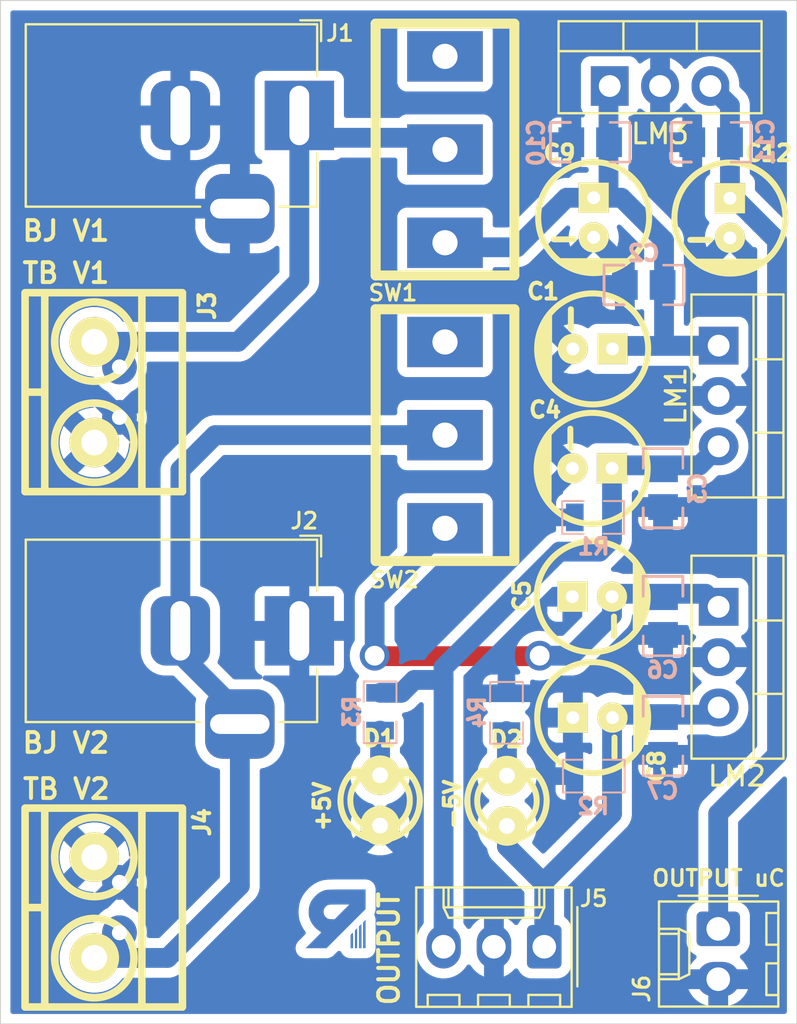
<source format=kicad_pcb>
(kicad_pcb (version 20240108) (generator "pcbnew") (generator_version "8.0")
  (title_block (title "Fuente Electroencefalograma") (date "15-06-2025") (rev "v3.0") (company "E.E.S.T. N°5 \"2 de Abril\" Temperley") (comment 1 "Autor: Iván Romano") (comment 2 "Curso: 7mo 6ta") (comment 3 "Grupo: 2"))
  (layers (0 "F.Cu" signal) (31 "B.Cu" signal) (34 "B.Paste" user) (35 "F.Paste" user) (36 "B.SilkS" user "B.Silkscreen") (37 "F.SilkS" user "F.Silkscreen") (38 "B.Mask" user) (39 "F.Mask" user) (44 "Edge.Cuts" user))
  (net 0 "")
  (net 1 "/Vcc1")
  (net 2 "GND")
  (net 3 "+5V")
  (net 4 "-5V")
  (net 5 "/POWER_uC")
  (net 6 "Net-(D1-A)")
  (net 7 "Net-(D2-A)")
  (net 8 "/V1")
  (net 9 "/Vcc2")
  (net 10 "unconnected-(SW1-C-Pad3)")
  (net 12 "/-V2")
  (footprint "Connector_Molex:Molex_KK-254_AE-6410-02A_1x02_P2.54mm_Vertical" (layer "F.Cu") (at 168.61 121.405 -90)
    (property "Reference" "J6" (at 3.02 3.86 90) (layer "F.SilkS") (effects (font (size 0.8 0.8))))
    (property "Value" "OUTPUT uC" (at -2.555 -0.015 180) (layer "F.SilkS") (effects (font (size 0.8 0.8) (thickness 0.16) (bold yes))))
    (fp_line (start -1.38 2.99) (end 3.92 2.99) (stroke (width 0.12)) (layer "F.SilkS"))
    (fp_line (start 0 2.99) (end 0 1.99) (stroke (width 0.12)) (layer "F.SilkS"))
    (fp_line (start 0.25 2.99) (end 0.25 1.99) (stroke (width 0.12)) (layer "F.SilkS"))
    (fp_line (start 2.29 2.99) (end 2.29 1.99) (stroke (width 0.12)) (layer "F.SilkS"))
    (fp_line (start 3.92 2.99) (end 3.92 -3.03) (stroke (width 0.12)) (layer "F.SilkS"))
    (fp_line (start 0 1.99) (end 2.54 1.99) (stroke (width 0.12)) (layer "F.SilkS"))
    (fp_line (start 0 1.99) (end 0.25 1.46) (stroke (width 0.12)) (layer "F.SilkS"))
    (fp_line (start 2.54 1.99) (end 2.54 2.99) (stroke (width 0.12)) (layer "F.SilkS"))
    (fp_line (start 0.25 1.46) (end 2.29 1.46) (stroke (width 0.12)) (layer "F.SilkS"))
    (fp_line (start 2.29 1.46) (end 2.54 1.99) (stroke (width 0.12)) (layer "F.SilkS"))
    (fp_line (start -1.67 -2) (end -1.67 2) (stroke (width 0.12)) (layer "F.SilkS"))
    (fp_line (start -0.8 -2.43) (end 0.8 -2.43) (stroke (width 0.12)) (layer "F.SilkS"))
    (fp_line (start 0.8 -2.43) (end 0.8 -3.03) (stroke (width 0.12)) (layer "F.SilkS"))
    (fp_line (start 1.74 -2.43) (end 3.34 -2.43) (stroke (width 0.12)) (layer "F.SilkS"))
    (fp_line (start 3.34 -2.43) (end 3.34 -3.03) (stroke (width 0.12)) (layer "F.SilkS"))
    (fp_line (start -1.38 -3.03) (end -1.38 2.99) (stroke (width 0.12)) (layer "F.SilkS"))
    (fp_line (start -0.8 -3.03) (end -0.8 -2.43) (stroke (width 0.12)) (layer "F.SilkS"))
    (fp_line (start 1.74 -3.03) (end 1.74 -2.43) (stroke (width 0.12)) (layer "F.SilkS"))
    (fp_line (start 3.92 -3.03) (end -1.38 -3.03) (stroke (width 0.12)) (layer "F.SilkS"))
    (pad "1" thru_hole roundrect (at 0 0 270) (size 1.74 2.19) (drill 1.19) (layers "*.Cu" "*.Mask") (roundrect_rratio 0.143678) (net 5 "/POWER_uC"))
    (pad "2" thru_hole oval (at 2.54 0 270) (size 1.74 2.19) (drill 1.19) (layers "*.Cu" "*.Mask") (net 2 "GND"))
  )
  (footprint "Connector_BarrelJack:BarrelJack_Horizontal" (layer "F.Cu") (at 147.475 106.373332)
    (property "Reference" "J2" (at 0.25 -5.548332 0) (layer "F.SilkS") (effects (font (size 0.8 0.8))))
    (property "Value" "BJ V2" (at -11.775 5.651668 0) (layer "F.SilkS") (effects (font (thickness 0.2) (bold yes))))
    (fp_line (start -13.8 -4.6) (end 0.9 -4.6) (stroke (width 0.12)) (layer "F.SilkS"))
    (fp_line (start -13.8 4.6) (end -13.8 -4.6) (stroke (width 0.12)) (layer "F.SilkS"))
    (fp_line (start -5 4.6) (end -13.8 4.6) (stroke (width 0.12)) (layer "F.SilkS"))
    (fp_line (start 0.05 -4.8) (end 1.1 -4.8) (stroke (width 0.12)) (layer "F.SilkS"))
    (fp_line (start 0.9 -4.6) (end 0.9 -2) (stroke (width 0.12)) (layer "F.SilkS"))
    (fp_line (start 0.9 1.9) (end 0.9 4.6) (stroke (width 0.12)) (layer "F.SilkS"))
    (fp_line (start 0.9 4.6) (end -1 4.6) (stroke (width 0.12)) (layer "F.SilkS"))
    (fp_line (start 1.1 -3.75) (end 1.1 -4.8) (stroke (width 0.12)) (layer "F.SilkS"))
    (pad "1" thru_hole rect (at 0 0) (size 3.5 3.5) (drill oval 1 3) (layers "*.Cu" "*.Mask") (net 2 "GND"))
    (pad "2" thru_hole roundrect (at -6 0) (size 3 3.5) (drill oval 1 3) (layers "*.Cu" "*.Mask") (net 12 "/-V2"))
    (pad "3" thru_hole roundrect (at -3 4.7) (size 3.5 3.5) (drill oval 3 1) (layers "*.Cu" "*.Mask") (net 12 "/-V2"))
  )
  (footprint "Connector_Molex:Molex_KK-254_AE-6410-03A_1x03_P2.54mm_Vertical" (layer "F.Cu") (at 159.8325 122.3075 180)
    (property "Reference" "J5" (at -2.4925 2.4325 0) (layer "F.SilkS") (effects (font (size 0.8 0.8))))
    (property "Value" "OUTPUT" (at 7.8325 -0.0925 90) (layer "F.SilkS") (effects (font (thickness 0.2) (bold yes))))
    (fp_line (start 6.46 2.99) (end 6.46 -3.03) (stroke (width 0.12)) (layer "F.SilkS"))
    (fp_line (start 6.46 -3.03) (end -1.38 -3.03) (stroke (width 0.12)) (layer "F.SilkS"))
    (fp_line (start 5.88 -2.43) (end 5.88 -3.03) (stroke (width 0.12)) (layer "F.SilkS"))
    (fp_line (start 5.08 1.99) (end 5.08 2.99) (stroke (width 0.12)) (layer "F.SilkS"))
    (fp_line (start 4.83 2.99) (end 4.83 1.99) (stroke (width 0.12)) (layer "F.SilkS"))
    (fp_line (start 4.83 1.46) (end 5.08 1.99) (stroke (width 0.12)) (layer "F.SilkS"))
    (fp_line (start 4.28 -2.43) (end 5.88 -2.43) (stroke (width 0.12)) (layer "F.SilkS"))
    (fp_line (start 4.28 -3.03) (end 4.28 -2.43) (stroke (width 0.12)) (layer "F.SilkS"))
    (fp_line (start 3.34 -2.43) (end 3.34 -3.03) (stroke (width 0.12)) (layer "F.SilkS"))
    (fp_line (start 1.74 -2.43) (end 3.34 -2.43) (stroke (width 0.12)) (layer "F.SilkS"))
    (fp_line (start 1.74 -3.03) (end 1.74 -2.43) (stroke (width 0.12)) (layer "F.SilkS"))
    (fp_line (start 0.8 -2.43) (end 0.8 -3.03) (stroke (width 0.12)) (layer "F.SilkS"))
    (fp_line (start 0.25 2.99) (end 0.25 1.99) (stroke (width 0.12)) (layer "F.SilkS"))
    (fp_line (start 0.25 1.46) (end 4.83 1.46) (stroke (width 0.12)) (layer "F.SilkS"))
    (fp_line (start 0 2.99) (end 0 1.99) (stroke (width 0.12)) (layer "F.SilkS"))
    (fp_line (start 0 1.99) (end 5.08 1.99) (stroke (width 0.12)) (layer "F.SilkS"))
    (fp_line (start 0 1.99) (end 0.25 1.46) (stroke (width 0.12)) (layer "F.SilkS"))
    (fp_line (start -0.8 -2.43) (end 0.8 -2.43) (stroke (width 0.12)) (layer "F.SilkS"))
    (fp_line (start -0.8 -3.03) (end -0.8 -2.43) (stroke (width 0.12)) (layer "F.SilkS"))
    (fp_line (start -1.38 2.99) (end 6.46 2.99) (stroke (width 0.12)) (layer "F.SilkS"))
    (fp_line (start -1.38 -3.03) (end -1.38 2.99) (stroke (width 0.12)) (layer "F.SilkS"))
    (fp_line (start -1.67 -2) (end -1.67 2) (stroke (width 0.12)) (layer "F.SilkS"))
    (pad "1" thru_hole roundrect (at 0 0 180) (size 1.74 2.19) (drill 1.19) (layers "*.Cu" "*.Mask") (roundrect_rratio 0.143678) (net 4 "-5V"))
    (pad "2" thru_hole oval (at 2.54 0 180) (size 1.74 2.19) (drill 1.19) (layers "*.Cu" "*.Mask") (net 2 "GND"))
    (pad "3" thru_hole oval (at 5.08 0 180) (size 1.74 2.19) (drill 1.19) (layers "*.Cu" "*.Mask") (net 3 "+5V"))
  )
  (footprint "EESTN5:led_3mm_red" (layer "F.Cu") (at 157.95 114.945 180)
    (property "Reference" "D2" (at 0.025 3.095 0) (layer "F.SilkS") (effects (font (size 0.8 0.8) (thickness 0.2))))
    (property "Value" "-5V" (at 2.75 -0.18 90) (layer "F.SilkS") (effects (font (size 0.8 0.8) (thickness 0.2))))
    (fp_line (start -1.30048 1.50114) (end 1.30048 1.50114) (stroke (width 0.29972)) (layer "F.SilkS"))
    (fp_line (start -1.50114 1.30048) (end 1.50114 1.30048) (stroke (width 0.29972)) (layer "F.SilkS"))
    (fp_arc (start 1.50876 -1.31064) (mid 1.993617 0.140092) (end 1.31064 1.50876) (stroke (width 0.29972)) (layer "F.SilkS"))
    (fp_arc (start 0 -1.99898) (mid 1.413492 -1.413492) (end 1.99898 0) (stroke (width 0.29972)) (layer "F.SilkS"))
    (fp_arc (start -1.33096 1.50114) (mid -2.002597 0.120335) (end -1.50114 -1.33096) (stroke (width 0.29972)) (layer "F.SilkS"))
    (fp_arc (start -1.99898 0) (mid -1.413492 -1.413492) (end 0 -1.99898) (stroke (width 0.29972)) (layer "F.SilkS"))
    (fp_circle (center 0 0) (end -1.50114 0) (stroke (width 0.29972)) (fill none) (layer "F.SilkS"))
    (pad "1" thru_hole circle (at 0 -1.27 180) (size 1.99898 1.99898) (drill 0.8001) (layers "*.Cu" "*.Mask" "F.SilkS") (net 4 "-5V"))
    (pad "2" thru_hole circle (at 0 1.27 180) (size 1.99898 1.99898) (drill 0.8001) (layers "*.Cu" "*.Mask" "F.SilkS") (net 7 "Net-(D2-A)"))
  )
  (footprint "EESTN5:CAP_ELEC_5x11mm" (layer "F.Cu") (at 162.25 98.175 90)
    (property "Reference" "C4" (at 2.95 -2.375 180) (layer "F.SilkS") (effects (font (size 0.8 0.8) (thickness 0.2))))
    (property "Value" "100u" (hide yes))
    (fp_line (start -0.8 -2.6) (end 0.8 -2.6) (stroke (width 0.3048)) (layer "F.SilkS"))
    (fp_line (start -1.3 -2.4) (end 1.3 -2.4) (stroke (width 0.3048)) (layer "F.SilkS"))
    (fp_line (start -1.7 -2.2) (end 1.7 -2.2) (stroke (width 0.3048)) (layer "F.SilkS"))
    (fp_line (start 1 -1.1) (end 2 -1.1) (stroke (width 0.3)) (layer "F.SilkS"))
    (fp_circle (center 0 0) (end 2.8 0) (stroke (width 0.3048)) (fill none) (layer "F.SilkS"))
    (pad "1" thru_hole rect (at 0 1 90) (size 1.524 1.524) (drill 0.65) (layers "*.Cu" "*.Mask" "F.SilkS") (net 3 "+5V"))
    (pad "2" thru_hole circle (at 0 -1 90) (size 1.524 1.524) (drill 0.65) (layers "*.Cu" "*.Mask" "F.SilkS") (net 2 "GND"))
  )
  (footprint "EESTN5:led_3mm_green" (layer "F.Cu") (at 151.55 114.925 180)
    (property "Reference" "D1" (at 0.025 3.125 0) (layer "F.SilkS") (effects (font (size 0.8 0.8) (thickness 0.2))))
    (property "Value" "+5V " (at 2.925 0 90) (layer "F.SilkS") (effects (font (size 0.8 0.8) (thickness 0.2))))
    (fp_line (start -1.30048 1.50114) (end 1.30048 1.50114) (stroke (width 0.29972)) (layer "F.SilkS"))
    (fp_line (start -1.50114 1.30048) (end 1.50114 1.30048) (stroke (width 0.29972)) (layer "F.SilkS"))
    (fp_arc (start 1.50876 -1.31064) (mid 1.993617 0.140092) (end 1.31064 1.50876) (stroke (width 0.29972)) (layer "F.SilkS"))
    (fp_arc (start 0 -1.99898) (mid 1.413492 -1.413492) (end 1.99898 0) (stroke (width 0.29972)) (layer "F.SilkS"))
    (fp_arc (start -1.33096 1.50114) (mid -2.002597 0.120335) (end -1.50114 -1.33096) (stroke (width 0.29972)) (layer "F.SilkS"))
    (fp_arc (start -1.99898 0) (mid -1.413492 -1.413492) (end 0 -1.99898) (stroke (width 0.29972)) (layer "F.SilkS"))
    (fp_circle (center 0 0) (end -1.50114 0) (stroke (width 0.29972)) (fill none) (layer "F.SilkS"))
    (pad "1" thru_hole circle (at 0 -1.27 180) (size 1.99898 1.99898) (drill 0.8001) (layers "*.Cu" "*.Mask" "F.SilkS") (net 2 "GND"))
    (pad "2" thru_hole circle (at 0 1.27 180) (size 1.99898 1.99898) (drill 0.8001) (layers "*.Cu" "*.Mask" "F.SilkS") (net 6 "Net-(D1-A)"))
  )
  (footprint "EESTN5:BORNERA2_DUO" (layer "F.Cu") (at 137.133 94.331666 -90)
    (property "Reference" "J3" (at -4.356666 -5.692 90) (layer "F.SilkS") (effects (font (size 0.8 0.8) (thickness 0.2))))
    (property "Value" "TB V1" (at -6.006666 1.433 0) (layer "F.SilkS") (effects (font (thickness 0.2) (bold yes))))
    (fp_line (start -4.9835 3.4925) (end 5.0165 3.4925) (stroke (width 0.381)) (layer "F.SilkS"))
    (fp_line (start 5.0165 3.4925) (end 5.0165 -4.445) (stroke (width 0.381)) (layer "F.SilkS"))
    (fp_line (start 0 2.54) (end 0 3.4845) (stroke (width 0.381)) (layer "F.SilkS"))
    (fp_line (start -5 2.5) (end 5 2.5) (stroke (width 0.381)) (layer "F.SilkS"))
    (fp_line (start -5 -2.4) (end 5 -2.4) (stroke (width 0.381)) (layer "F.SilkS"))
    (fp_line (start -5.0165 -4.445) (end -5.0165 3.4925) (stroke (width 0.381)) (layer "F.SilkS"))
    (fp_line (start 5.0165 -4.445) (end -4.9835 -4.445) (stroke (width 0.381)) (layer "F.SilkS"))
    (fp_circle (center -2.55 0) (end -0.55 0) (stroke (width 0.381)) (fill none) (layer "F.SilkS"))
    (fp_circle (center 2.55 0) (end 0.55 0) (stroke (width 0.381)) (fill none) (layer "F.SilkS"))
    (pad "1" thru_hole circle (at -2.54 0 270) (size 2.5 2.5) (drill 1.3) (layers "*.Cu" "*.Mask" "F.SilkS") (net 8 "/V1"))
    (pad "1" thru_hole circle (at -1.27 -1.27 270) (size 1.75 1.75) (drill 0.762) (layers "*.Cu" "*.Mask") (net 8 "/V1"))
    (pad "2" thru_hole circle (at 1.27 -1.27 270) (size 1.75 1.75) (drill 0.762) (layers "*.Cu" "*.Mask") (net 2 "GND"))
    (pad "2" thru_hole circle (at 2.54 0 270) (size 2.5 2.5) (drill 1.3) (layers "*.Cu" "*.Mask" "F.SilkS") (net 2 "GND"))
  )
  (footprint "EESTN5:SW_SPDT_TH_Vertical" (layer "F.Cu") (at 154.825 82.094 180)
    (property "Reference" "SW1" (at 2.625 -7.231 0) (layer "F.SilkS") (effects (font (size 0.8 0.8))))
    (property "Value" "SW_SPDT" (hide yes))
    (fp_line (start 3.5 -6.35) (end 3.5 6.35) (stroke (width 0.508)) (layer "F.SilkS"))
    (fp_line (start 3.5 -6.35) (end -3.5 -6.35) (stroke (width 0.5)) (layer "F.SilkS"))
    (fp_line (start -3.5 6.35) (end 3.5 6.35) (stroke (width 0.508)) (layer "F.SilkS"))
    (fp_line (start -3.5 -6.35) (end -3.5 6.35) (stroke (width 0.5)) (layer "F.SilkS"))
    (pad "1" thru_hole rect (at 0 -4.7 180) (size 3.81 2.54) (drill 1.27) (layers "*.Cu" "*.Mask") (net 1 "/Vcc1"))
    (pad "2" thru_hole rect (at 0 0 180) (size 3.81 2.54) (drill 1.27) (layers "*.Cu" "*.Mask") (net 8 "/V1"))
    (pad "3" thru_hole rect (at 0 4.7 180) (size 3.81 2.54) (drill 1.27) (layers "*.Cu" "*.Mask") (net 10 "unconnected-(SW1-C-Pad3)"))
  )
  (footprint "EESTN5:CAP_ELEC_5x11mm" (layer "F.Cu") (at 162.25 104.65 -90)
    (property "Reference" "C5" (at -0.025 3.55 90) (layer "F.SilkS") (effects (font (size 0.8 0.8) (thickness 0.2))))
    (property "Value" "470u" (hide yes))
    (fp_line (start 1 -1.1) (end 2 -1.1) (stroke (width 0.3)) (layer "F.SilkS"))
    (fp_line (start -1.7 -2.2) (end 1.7 -2.2) (stroke (width 0.3048)) (layer "F.SilkS"))
    (fp_line (start -1.3 -2.4) (end 1.3 -2.4) (stroke (width 0.3048)) (layer "F.SilkS"))
    (fp_line (start -0.8 -2.6) (end 0.8 -2.6) (stroke (width 0.3048)) (layer "F.SilkS"))
    (fp_circle (center 0 0) (end 2.8 0) (stroke (width 0.3048)) (fill none) (layer "F.SilkS"))
    (pad "1" thru_hole rect (at 0 1 270) (size 1.524 1.524) (drill 0.65) (layers "*.Cu" "*.Mask" "F.SilkS") (net 2 "GND"))
    (pad "2" thru_hole circle (at 0 -1 270) (size 1.524 1.524) (drill 0.65) (layers "*.Cu" "*.Mask" "F.SilkS") (net 9 "/Vcc2"))
  )
  (footprint "EESTN5:CAP_ELEC_5x11mm" (layer "F.Cu") (at 162.275 92.15 90)
    (property "Reference" "C1" (at 2.9 -2.5 180) (layer "F.SilkS") (effects (font (size 0.8 0.8) (thickness 0.2))))
    (property "Value" "470u" (hide yes))
    (fp_line (start -0.8 -2.6) (end 0.8 -2.6) (stroke (width 0.3048)) (layer "F.SilkS"))
    (fp_line (start -1.3 -2.4) (end 1.3 -2.4) (stroke (width 0.3048)) (layer "F.SilkS"))
    (fp_line (start -1.7 -2.2) (end 1.7 -2.2) (stroke (width 0.3048)) (layer "F.SilkS"))
    (fp_line (start 1 -1.1) (end 2 -1.1) (stroke (width 0.3)) (layer "F.SilkS"))
    (fp_circle (center 0 0) (end 2.8 0) (stroke (width 0.3048)) (fill none) (layer "F.SilkS"))
    (pad "1" thru_hole rect (at 0 1 90) (size 1.524 1.524) (drill 0.65) (layers "*.Cu" "*.Mask" "F.SilkS") (net 1 "/Vcc1"))
    (pad "2" thru_hole circle (at 0 -1 90) (size 1.524 1.524) (drill 0.65) (layers "*.Cu" "*.Mask" "F.SilkS") (net 2 "GND"))
  )
  (footprint "EESTN5:CAP_ELEC_5x11mm" (layer "F.Cu") (at 162.325 85.525 180)
    (property "Reference" "C9" (at 1.725 3.25 0) (layer "F.SilkS") (effects (font (size 0.8 0.8) (thickness 0.2))))
    (property "Value" "470u" (hide yes))
    (fp_line (start 1 -1.1) (end 2 -1.1) (stroke (width 0.3)) (layer "F.SilkS"))
    (fp_line (start -0.8 -2.6) (end 0.8 -2.6) (stroke (width 0.3048)) (layer "F.SilkS"))
    (fp_line (start -1.3 -2.4) (end 1.3 -2.4) (stroke (width 0.3048)) (layer "F.SilkS"))
    (fp_line (start -1.7 -2.2) (end 1.7 -2.2) (stroke (width 0.3048)) (layer "F.SilkS"))
    (fp_circle (center 0 0) (end 2.8 0) (stroke (width 0.3048)) (fill none) (layer "F.SilkS"))
    (pad "1" thru_hole rect (at 0 1 180) (size 1.524 1.524) (drill 0.65) (layers "*.Cu" "*.Mask" "F.SilkS") (net 1 "/Vcc1"))
    (pad "2" thru_hole circle (at 0 -1 180) (size 1.524 1.524) (drill 0.65) (layers "*.Cu" "*.Mask" "F.SilkS") (net 2 "GND"))
  )
  (footprint "EESTN5:CAP_ELEC_5x11mm" (layer "F.Cu") (at 162.275 110.75 -90)
    (property "Reference" "C8" (at 2.45 -3.225 90) (layer "F.SilkS") (effects (font (size 0.8 0.8) (thickness 0.2))))
    (property "Value" "100u" (hide yes))
    (fp_line (start 1 -1.1) (end 2 -1.1) (stroke (width 0.3)) (layer "F.SilkS"))
    (fp_line (start -1.7 -2.2) (end 1.7 -2.2) (stroke (width 0.3048)) (layer "F.SilkS"))
    (fp_line (start -1.3 -2.4) (end 1.3 -2.4) (stroke (width 0.3048)) (layer "F.SilkS"))
    (fp_line (start -0.8 -2.6) (end 0.8 -2.6) (stroke (width 0.3048)) (layer "F.SilkS"))
    (fp_circle (center 0 0) (end 2.8 0) (stroke (width 0.3048)) (fill none) (layer "F.SilkS"))
    (pad "1" thru_hole rect (at 0 1 270) (size 1.524 1.524) (drill 0.65) (layers "*.Cu" "*.Mask" "F.SilkS") (net 2 "GND"))
    (pad "2" thru_hole circle (at 0 -1 270) (size 1.524 1.524) (drill 0.65) (layers "*.Cu" "*.Mask" "F.SilkS") (net 4 "-5V"))
  )
  (footprint "EESTN5:BORNERA2_DUO" (layer "F.Cu") (at 137.133 120.33 -90)
    (property "Reference" "J4" (at -4.305 -5.442 90) (layer "F.SilkS") (effects (font (size 0.8 0.8) (thickness 0.2))))
    (property "Value" "TB V2" (at -5.98 1.408 180) (layer "F.SilkS") (effects (font (thickness 0.2) (bold yes))))
    (fp_line (start -4.9835 3.4925) (end 5.0165 3.4925) (stroke (width 0.381)) (layer "F.SilkS"))
    (fp_line (start 5.0165 3.4925) (end 5.0165 -4.445) (stroke (width 0.381)) (layer "F.SilkS"))
    (fp_line (start 0 2.54) (end 0 3.4845) (stroke (width 0.381)) (layer "F.SilkS"))
    (fp_line (start -5 2.5) (end 5 2.5) (stroke (width 0.381)) (layer "F.SilkS"))
    (fp_line (start -5 -2.4) (end 5 -2.4) (stroke (width 0.381)) (layer "F.SilkS"))
    (fp_line (start -5.0165 -4.445) (end -5.0165 3.4925) (stroke (width 0.381)) (layer "F.SilkS"))
    (fp_line (start 5.0165 -4.445) (end -4.9835 -4.445) (stroke (width 0.381)) (layer "F.SilkS"))
    (fp_circle (center -2.55 0) (end -0.55 0) (stroke (width 0.381)) (fill none) (layer "F.SilkS"))
    (fp_circle (center 2.55 0) (end 0.55 0) (stroke (width 0.381)) (fill none) (layer "F.SilkS"))
    (pad "1" thru_hole circle (at -2.54 0 270) (size 2.5 2.5) (drill 1.3) (layers "*.Cu" "*.Mask" "F.SilkS") (net 2 "GND"))
    (pad "1" thru_hole circle (at -1.27 -1.27 270) (size 1.75 1.75) (drill 0.762) (layers "*.Cu" "*.Mask") (net 2 "GND"))
    (pad "2" thru_hole circle (at 1.27 -1.27 270) (size 1.75 1.75) (drill 0.762) (layers "*.Cu" "*.Mask") (net 12 "/-V2"))
    (pad "2" thru_hole circle (at 2.54 0 270) (size 2.5 2.5) (drill 1.3) (layers "*.Cu" "*.Mask" "F.SilkS") (net 12 "/-V2"))
  )
  (footprint "Connector_BarrelJack:BarrelJack_Horizontal" (layer "F.Cu") (at 147.475 80.375)
    (property "Reference" "J1" (at 2.05 -4.15 0) (layer "F.SilkS") (effects (font (size 0.8 0.8))))
    (property "Value" "BJ V1" (at -11.775 5.825 0) (layer "F.SilkS") (effects (font (thickness 0.2) (bold yes))))
    (fp_line (start -13.8 -4.6) (end 0.9 -4.6) (stroke (width 0.12)) (layer "F.SilkS"))
    (fp_line (start -13.8 4.6) (end -13.8 -4.6) (stroke (width 0.12)) (layer "F.SilkS"))
    (fp_line (start -5 4.6) (end -13.8 4.6) (stroke (width 0.12)) (layer "F.SilkS"))
    (fp_line (start 0.05 -4.8) (end 1.1 -4.8) (stroke (width 0.12)) (layer "F.SilkS"))
    (fp_line (start 0.9 -4.6) (end 0.9 -2) (stroke (width 0.12)) (layer "F.SilkS"))
    (fp_line (start 0.9 1.9) (end 0.9 4.6) (stroke (width 0.12)) (layer "F.SilkS"))
    (fp_line (start 0.9 4.6) (end -1 4.6) (stroke (width 0.12)) (layer "F.SilkS"))
    (fp_line (start 1.1 -3.75) (end 1.1 -4.8) (stroke (width 0.12)) (layer "F.SilkS"))
    (pad "1" thru_hole rect (at 0 0) (size 3.5 3.5) (drill oval 1 3) (layers "*.Cu" "*.Mask") (net 8 "/V1"))
    (pad "2" thru_hole roundrect (at -6 0) (size 3 3.5) (drill oval 1 3) (layers "*.Cu" "*.Mask") (net 2 "GND"))
    (pad "3" thru_hole roundrect (at -3 4.7) (size 3.5 3.5) (drill oval 3 1) (layers "*.Cu" "*.Mask") (net 2 "GND"))
  )
  (footprint "MacroLib:TO-220-3_Vertical" (layer "F.Cu") (at 168.63 105.16 -90)
    (property "Reference" "LM2" (at 8.54 -0.92 0) (layer "F.SilkS"))
    (property "Value" "LM7805" (hide yes))
    (fp_line (start -2.58 1.371) (end 7.66 1.371) (stroke (width 0.12)) (layer "F.SilkS"))
    (fp_line (start -2.58 -1.76) (end 7.66 -1.76) (stroke (width 0.12)) (layer "F.SilkS"))
    (fp_line (start -2.58 -3.27) (end -2.58 1.371) (stroke (width 0.12)) (layer "F.SilkS"))
    (fp_line (start -2.58 -3.27) (end 7.66 -3.27) (stroke (width 0.12)) (layer "F.SilkS"))
    (fp_line (start 0.69 -3.27) (end 0.69 -1.76) (stroke (width 0.12)) (layer "F.SilkS"))
    (fp_line (start 4.391 -3.27) (end 4.391 -1.76) (stroke (width 0.12)) (layer "F.SilkS"))
    (fp_line (start 7.66 -3.27) (end 7.66 1.371) (stroke (width 0.12)) (layer "F.SilkS"))
    (fp_text user "${REFERENCE}" (at 8.54 -0.92 0) (layer "F.SilkS"))
    (pad "1" thru_hole rect (at 0 0 270) (size 1.905 2) (drill 1.1) (layers "*.Cu" "*.Mask") (net 9 "/Vcc2"))
    (pad "2" thru_hole oval (at 2.54 0 270) (size 1.905 2) (drill 1.1) (layers "*.Cu" "*.Mask") (net 2 "GND"))
    (pad "3" thru_hole oval (at 5.08 0 270) (size 1.905 2) (drill 1.1) (layers "*.Cu" "*.Mask") (net 4 "-5V"))
  )
  (footprint "MacroLib:TO-220-3_Vertical" (layer "F.Cu") (at 168.63 91.985 -90)
    (property "Reference" "LM1" (at 2.54 2.155 90) (layer "F.SilkS"))
    (property "Value" "LM7805" (hide yes))
    (fp_line (start -2.58 1.371) (end 7.66 1.371) (stroke (width 0.12)) (layer "F.SilkS"))
    (fp_line (start -2.58 -1.76) (end 7.66 -1.76) (stroke (width 0.12)) (layer "F.SilkS"))
    (fp_line (start -2.58 -3.27) (end -2.58 1.371) (stroke (width 0.12)) (layer "F.SilkS"))
    (fp_line (start -2.58 -3.27) (end 7.66 -3.27) (stroke (width 0.12)) (layer "F.SilkS"))
    (fp_line (start 0.69 -3.27) (end 0.69 -1.76) (stroke (width 0.12)) (layer "F.SilkS"))
    (fp_line (start 4.391 -3.27) (end 4.391 -1.76) (stroke (width 0.12)) (layer "F.SilkS"))
    (fp_line (start 7.66 -3.27) (end 7.66 1.371) (stroke (width 0.12)) (layer "F.SilkS"))
    (fp_text user "${REFERENCE}" (at 2.54 2.155 90) (layer "F.SilkS"))
    (pad "1" thru_hole rect (at 0 0 270) (size 1.905 2) (drill 1.1) (layers "*.Cu" "*.Mask") (net 1 "/Vcc1"))
    (pad "2" thru_hole oval (at 2.54 0 270) (size 1.905 2) (drill 1.1) (layers "*.Cu" "*.Mask") (net 2 "GND"))
    (pad "3" thru_hole oval (at 5.08 0 270) (size 1.905 2) (drill 1.1) (layers "*.Cu" "*.Mask") (net 3 "+5V"))
  )
  (footprint "MacroLib:TO-220-3_Vertical" (layer "F.Cu") (at 163.135 78.89)
    (property "Reference" "LM3" (at 2.54 2.41 0) (layer "F.SilkS"))
    (property "Value" "LM7805" (hide yes))
    (fp_line (start -2.58 -3.27) (end -2.58 1.371) (stroke (width 0.12)) (layer "F.SilkS"))
    (fp_line (start -2.58 -3.27) (end 7.66 -3.27) (stroke (width 0.12)) (layer "F.SilkS"))
    (fp_line (start -2.58 -1.76) (end 7.66 -1.76) (stroke (width 0.12)) (layer "F.SilkS"))
    (fp_line (start -2.58 1.371) (end 7.66 1.371) (stroke (width 0.12)) (layer "F.SilkS"))
    (fp_line (start 0.69 -3.27) (end 0.69 -1.76) (stroke (width 0.12)) (layer "F.SilkS"))
    (fp_line (start 4.391 -3.27) (end 4.391 -1.76) (stroke (width 0.12)) (layer "F.SilkS"))
    (fp_line (start 7.66 -3.27) (end 7.66 1.371) (stroke (width 0.12)) (layer "F.SilkS"))
    (fp_text user "${REFERENCE}" (at 2.54 2.41 0) (layer "F.SilkS"))
    (pad "1" thru_hole rect (at 0 0) (size 1.905 2) (drill 1.1) (layers "*.Cu" "*.Mask") (net 1 "/Vcc1"))
    (pad "2" thru_hole oval (at 2.54 0) (size 1.905 2) (drill 1.1) (layers "*.Cu" "*.Mask") (net 2 "GND"))
    (pad "3" thru_hole oval (at 5.08 0) (size 1.905 2) (drill 1.1) (layers "*.Cu" "*.Mask") (net 5 "/POWER_uC"))
  )
  (footprint "EESTN5:CAP_ELEC_5x11mm" (layer "F.Cu") (at 169.2 85.55 180)
    (property "Reference" "C12" (at -1.95 3.275 0) (layer "F.SilkS") (effects (font (size 0.8 0.8) (thickness 0.2))))
    (property "Value" "100u" (hide yes))
    (fp_line (start 1 -1.1) (end 2 -1.1) (stroke (width 0.3)) (layer "F.SilkS"))
    (fp_line (start -0.8 -2.6) (end 0.8 -2.6) (stroke (width 0.3048)) (layer "F.SilkS"))
    (fp_line (start -1.3 -2.4) (end 1.3 -2.4) (stroke (width 0.3048)) (layer "F.SilkS"))
    (fp_line (start -1.7 -2.2) (end 1.7 -2.2) (stroke (width 0.3048)) (layer "F.SilkS"))
    (fp_circle (center 0 0) (end 2.8 0) (stroke (width 0.3048)) (fill none) (layer "F.SilkS"))
    (pad "1" thru_hole rect (at 0 1 180) (size 1.524 1.524) (drill 0.65) (layers "*.Cu" "*.Mask" "F.SilkS") (net 5 "/POWER_uC"))
    (pad "2" thru_hole circle (at 0 -1 180) (size 1.524 1.524) (drill 0.65) (layers "*.Cu" "*.Mask" "F.SilkS") (net 2 "GND"))
  )
  (footprint "EESTN5:SW_SPDT_TH_Vertical" (layer "F.Cu") (at 154.825 96.5 180)
    (property "Reference" "SW2" (at 2.55 -7.3 0) (layer "F.SilkS") (effects (font (size 0.8 0.8))))
    (property "Value" "SW_SPDT" (hide yes))
    (fp_line (start 3.5 -6.35) (end 3.5 6.35) (stroke (width 0.508)) (layer "F.SilkS"))
    (fp_line (start 3.5 -6.35) (end -3.5 -6.35) (stroke (width 0.5)) (layer "F.SilkS"))
    (fp_line (start -3.5 6.35) (end 3.5 6.35) (stroke (width 0.508)) (layer "F.SilkS"))
    (fp_line (start -3.5 -6.35) (end -3.5 6.35) (stroke (width 0.5)) (layer "F.SilkS"))
    (pad "1" thru_hole rect (at 0 -4.7 180) (size 3.81 2.54) (drill 1.27) (layers "*.Cu" "*.Mask") (net 9 "/Vcc2"))
    (pad "2" thru_hole rect (at 0 0 180) (size 3.81 2.54) (drill 1.27) (layers "*.Cu" "*.Mask") (net 12 "/-V2"))
    (pad "3" thru_hole rect (at 0 4.7 180) (size 3.81 2.54) (drill 1.27) (layers "*.Cu" "*.Mask"))
  )
  (footprint "EESTN5:C_0805" (layer "B.Cu") (at 165.825 105.625 -90)
    (property "Reference" "C6" (at 2.725 0.025 180) (layer "B.SilkS") (effects (font (size 0.8 0.8) (thickness 0.2) (bold yes)) (justify mirror)))
    (property "Value" "100n" (hide yes))
    (fp_line (start -2 1) (end -1 1) (stroke (width 0.15)) (layer "B.SilkS"))
    (fp_line (start 2 1) (end 1 1) (stroke (width 0.127)) (layer "B.SilkS"))
    (fp_line (start -2 -1) (end -2 1) (stroke (width 0.15)) (layer "B.SilkS"))
    (fp_line (start -1 -1) (end -2 -1) (stroke (width 0.15)) (layer "B.SilkS"))
    (fp_line (start 1 -1) (end 2 -1) (stroke (width 0.127)) (layer "B.SilkS"))
    (fp_line (start 2 -1) (end 2 1) (stroke (width 0.127)) (layer "B.SilkS"))
    (pad "1" smd rect (at 0.9525 0 270) (size 1.30048 1.4986) (layers "B.Cu" "B.Paste" "B.Mask") (net 2 "GND"))
    (pad "2" smd rect (at -0.9525 0 270) (size 1.30048 1.4986) (layers "B.Cu" "B.Paste" "B.Mask") (net 9 "/Vcc2"))
  )
  (footprint "Logo Romano:Logo_Romano" (layer "B.Cu") (at 149.3 120.9 180)
    (property "Reference" "G***" (hide yes))
    (property "Value" "LOGO" (hide yes))
    (fp_poly (pts (xy -1.037491 -0.528008) (xy -0.981911 -0.581257) (xy -0.981911 -1.031693) (xy -0.981911 -1.482129) (xy -1.037491 -1.482129) (xy -1.093071 -1.482129) (xy -1.093071 -0.978444) (xy -1.093071 -0.474759)) (fill solid) (layer "B.Cu"))
    (fp_poly (pts (xy -1.453839 -0.115519) (xy -1.389497 -0.184722) (xy -1.389497 -0.833426) (xy -1.389497 -1.482129) (xy -1.45434 -1.482129) (xy -1.519183 -1.482129) (xy -1.518682 -0.764223) (xy -1.518181 -0.046316)) (fill solid) (layer "B.Cu"))
    (fp_poly (pts (xy -0.852828 -0.716236) (xy -0.818649 -0.746554) (xy -0.809375 -0.755973) (xy -0.759592 -0.807935) (xy -0.759592 -1.145032) (xy -0.759592 -1.482129) (xy -0.824435 -1.482129) (xy -0.889278 -1.482129) (xy -0.889278 -1.09307) (xy -0.888596 -0.977526) (xy -0.886689 -0.875628) (xy -0.883767 -0.792788) (xy -0.880039 -0.734418) (xy -0.875715 -0.705932) (xy -0.874218 -0.704011)) (fill solid) (layer "B.Cu"))
    (fp_poly (pts (xy -1.282057 -0.289574) (xy -1.247426 -0.318541) (xy -1.237666 -0.327682) (xy -1.185704 -0.377464) (xy -1.185704 -0.929797) (xy -1.185704 -1.482129) (xy -1.250547 -1.482129) (xy -1.315391 -1.482129) (xy -1.315391 -0.880014) (xy -1.31501 -0.73487) (xy -1.313929 -0.60231) (xy -1.312242 -0.486686) (xy -1.310042 -0.392348) (xy -1.307421 -0.323647) (xy -1.304473 -0.284933) (xy -1.302509 -0.277899)) (fill solid) (layer "B.Cu"))
    (fp_poly (pts (xy -0.335413 1.482076) (xy -0.144705 1.481708) (xy 0.015915 1.480717) (xy 0.149929 1.478795) (xy 0.260819 1.475635) (xy 0.352069 1.470927) (xy 0.427161 1.464364) (xy 0.489577 1.455637) (xy 0.5428 1.444438) (xy 0.590312 1.430458) (xy 0.635596 1.41339) (xy 0.682134 1.392924) (xy 0.733409 1.368754) (xy 0.736233 1.367407) (xy 0.813545 1.324628) (xy 0.890455 1.268458) (xy 0.975887 1.192021) (xy 1.019241 1.149432) (xy 1.132907 1.024054) (xy 1.21824 0.90163) (xy 1.281465 0.771756) (xy 1.324982 0.638529) (xy 1.343891 0.534821) (xy 1.353092 0.410124) (xy 1.352576 0.27906) (xy 1.342336 0.156249) (xy 1.32526 0.066552) (xy 1.265633 -0.095178) (xy 1.177428 -0.253472) (xy 1.067085 -0.399575) (xy 0.941043 -0.524733) (xy 0.831184 -0.605164) (xy 0.777014 -0.640089) (xy 0.738084 -0.668027) (xy 0.722557 -0.683107) (xy 0.722538 -0.683328) (xy 0.735139 -0.698723) (xy 0.770798 -0.736939) (xy 0.826304 -0.794672) (xy 0.898442 -0.868614) (xy 0.984 -0.955459) (xy 1.079765 -1.051901) (xy 1.116067 -1.088281) (xy 1.509596 -1.482129) (xy 0.981137 -1.482129) (xy 0.452678 -1.482129) (xy -0.533179 -0.495587) (xy -1.519036 0.490956) (xy -1.519071 0.722539) (xy -0.694401 0.722539) (xy -0.324043 0.350835) (xy 0.046316 -0.020869) (xy 0.205418 -0.015066) (xy 0.288104 -0.010558) (xy 0.345381 -0.002376) (xy 0.388885 0.012326) (xy 0.430252 0.036396) (xy 0.438364 0.04194) (xy 0.51949 0.118184) (xy 0.572501 0.210239) (xy 0.597707 0.311304) (xy 0.595418 0.414577) (xy 0.565944 0.513254) (xy 0.509595 0.600536) (xy 0.426682 0.669619) (xy 0.409303 0.679415) (xy 0.384047 0.692157) (xy 0.35909 0.702104) (xy 0.329684 0.709604) (xy 0.291082 0.715001) (xy 0.238536 0.718641) (xy 0.167298 0.72087) (xy 0.072623 0.722031) (xy -0.050239 0.722473) (xy -0.183375 0.722539) (xy -0.694401 0.722539) (xy -1.519071 0.722539) (xy -1.51911 0.986543) (xy -1.519183 1.48213) (xy -0.559691 1.48213)) (fill solid) (layer "B.Cu"))
  )
  (footprint "EESTN5:R_0805" (layer "B.Cu") (at 162.325 100.65 180)
    (property "Reference" "R1" (at 0 -1.475 0) (layer "B.SilkS") (effects (font (size 0.8 0.8) (thickness 0.2)) (justify mirror)))
    (property "Value" "100" (hide yes))
    (fp_line (start 1.5875 0.8255) (end 0.508 0.8255) (stroke (width 0.09906)) (layer "B.SilkS"))
    (fp_line (start 1.5875 -0.8255) (end 1.5875 0.8255) (stroke (width 0.09906)) (layer "B.SilkS"))
    (fp_line (start 0.508 -0.8255) (end 1.5875 -0.8255) (stroke (width 0.09906)) (layer "B.SilkS"))
    (fp_line (start -0.508 0.8255) (end -1.524 0.8255) (stroke (width 0.09906)) (layer "B.SilkS"))
    (fp_line (start -1.524 0.8255) (end -1.524 -0.8255) (stroke (width 0.09906)) (layer "B.SilkS"))
    (fp_line (start -1.524 -0.8255) (end -0.508 -0.8255) (stroke (width 0.09906)) (layer "B.SilkS"))
    (pad "1" smd rect (at -0.9525 0 180) (size 0.889 1.397) (layers "B.Cu" "B.Paste" "B.Mask") (net 3 "+5V"))
    (pad "2" smd rect (at 0.9525 0 180) (size 0.889 1.397) (layers "B.Cu" "B.Paste" "B.Mask") (net 2 "GND"))
  )
  (footprint "EESTN5:R_0805" (layer "B.Cu") (at 157.925 110.475 -90)
    (property "Reference" "R4" (at 0 1.475 90) (layer "B.SilkS") (effects (font (size 0.8 0.8) (thickness 0.2) (bold yes)) (justify mirror)))
    (property "Value" "470" (hide yes))
    (fp_line (start -1.524 0.8255) (end -1.524 -0.8255) (stroke (width 0.09906)) (layer "B.SilkS"))
    (fp_line (start -0.508 0.8255) (end -1.524 0.8255) (stroke (width 0.09906)) (layer "B.SilkS"))
    (fp_line (start 1.5875 0.8255) (end 0.508 0.8255) (stroke (width 0.09906)) (layer "B.SilkS"))
    (fp_line (start -1.524 -0.8255) (end -0.508 -0.8255) (stroke (width 0.09906)) (layer "B.SilkS"))
    (fp_line (start 0.508 -0.8255) (end 1.5875 -0.8255) (stroke (width 0.09906)) (layer "B.SilkS"))
    (fp_line (start 1.5875 -0.8255) (end 1.5875 0.8255) (stroke (width 0.09906)) (layer "B.SilkS"))
    (pad "1" smd rect (at -0.9525 0 270) (size 0.889 1.397) (layers "B.Cu" "B.Paste" "B.Mask") (net 2 "GND"))
    (pad "2" smd rect (at 0.9525 0 270) (size 0.889 1.397) (layers "B.Cu" "B.Paste" "B.Mask") (net 7 "Net-(D2-A)"))
  )
  (footprint "EESTN5:R_0805" (layer "B.Cu") (at 151.55 110.45 -90)
    (property "Reference" "R3" (at 0 1.425 90) (layer "B.SilkS") (effects (font (size 0.8 0.8) (thickness 0.2) (bold yes)) (justify mirror)))
    (property "Value" "470" (hide yes))
    (fp_line (start -1.524 0.8255) (end -1.524 -0.8255) (stroke (width 0.09906)) (layer "B.SilkS"))
    (fp_line (start -0.508 0.8255) (end -1.524 0.8255) (stroke (width 0.09906)) (layer "B.SilkS"))
    (fp_line (start 1.5875 0.8255) (end 0.508 0.8255) (stroke (width 0.09906)) (layer "B.SilkS"))
    (fp_line (start -1.524 -0.8255) (end -0.508 -0.8255) (stroke (width 0.09906)) (layer "B.SilkS"))
    (fp_line (start 0.508 -0.8255) (end 1.5875 -0.8255) (stroke (width 0.09906)) (layer "B.SilkS"))
    (fp_line (start 1.5875 -0.8255) (end 1.5875 0.8255) (stroke (width 0.09906)) (layer "B.SilkS"))
    (pad "1" smd rect (at -0.9525 0 270) (size 0.889 1.397) (layers "B.Cu" "B.Paste" "B.Mask") (net 3 "+5V"))
    (pad "2" smd rect (at 0.9525 0 270) (size 0.889 1.397) (layers "B.Cu" "B.Paste" "B.Mask") (net 6 "Net-(D1-A)"))
  )
  (footprint "EESTN5:C_0805" (layer "B.Cu") (at 164.85 88.925)
    (property "Reference" "C2" (at 0 -1.6 0) (layer "B.SilkS") (effects (font (size 0.8 0.8) (thickness 0.2) (bold yes)) (justify mirror)))
    (property "Value" "100n" (hide yes))
    (fp_line (start -2 -1) (end -2 1) (stroke (width 0.15)) (layer "B.SilkS"))
    (fp_line (start -2 1) (end -1 1) (stroke (width 0.15)) (layer "B.SilkS"))
    (fp_line (start -1 -1) (end -2 -1) (stroke (width 0.15)) (layer "B.SilkS"))
    (fp_line (start 1 -1) (end 2 -1) (stroke (width 0.127)) (layer "B.SilkS"))
    (fp_line (start 2 -1) (end 2 1) (stroke (width 0.127)) (layer "B.SilkS"))
    (fp_line (start 2 1) (end 1 1) (stroke (width 0.127)) (layer "B.SilkS"))
    (pad "1" smd rect (at 0.9525 0) (size 1.30048 1.4986) (layers "B.Cu" "B.Paste" "B.Mask") (net 1 "/Vcc1"))
    (pad "2" smd rect (at -0.9525 0) (size 1.30048 1.4986) (layers "B.Cu" "B.Paste" "B.Mask") (net 2 "GND"))
  )
  (footprint "EESTN5:C_0805" (layer "B.Cu") (at 162.15 81.725)
    (property "Reference" "C10" (at -2.725 0.025 90) (layer "B.SilkS") (effects (font (size 0.8 0.8) (thickness 0.2) (bold yes)) (justify mirror)))
    (property "Value" "100n" (hide yes))
    (fp_line (start -2 -1) (end -2 1) (stroke (width 0.15)) (layer "B.SilkS"))
    (fp_line (start -2 1) (end -1 1) (stroke (width 0.15)) (layer "B.SilkS"))
    (fp_line (start -1 -1) (end -2 -1) (stroke (width 0.15)) (layer "B.SilkS"))
    (fp_line (start 1 -1) (end 2 -1) (stroke (width 0.127)) (layer "B.SilkS"))
    (fp_line (start 2 -1) (end 2 1) (stroke (width 0.127)) (layer "B.SilkS"))
    (fp_line (start 2 1) (end 1 1) (stroke (width 0.127)) (layer "B.SilkS"))
    (pad "1" smd rect (at 0.9525 0) (size 1.30048 1.4986) (layers "B.Cu" "B.Paste" "B.Mask") (net 1 "/Vcc1"))
    (pad "2" smd rect (at -0.9525 0) (size 1.30048 1.4986) (layers "B.Cu" "B.Paste" "B.Mask") (net 2 "GND"))
  )
  (footprint "EESTN5:R_0805" (layer "B.Cu") (at 162.3 113.7)
    (property "Reference" "R2" (at 0 1.525 0) (layer "B.SilkS") (effects (font (size 0.8 0.8) (thickness 0.2)) (justify mirror)))
    (property "Value" "100" (hide yes))
    (fp_line (start -1.524 -0.8255) (end -0.508 -0.8255) (stroke (width 0.09906)) (layer "B.SilkS"))
    (fp_line (start -1.524 0.8255) (end -1.524 -0.8255) (stroke (width 0.09906)) (layer "B.SilkS"))
    (fp_line (start -0.508 0.8255) (end -1.524 0.8255) (stroke (width 0.09906)) (layer "B.SilkS"))
    (fp_line (start 0.508 -0.8255) (end 1.5875 -0.8255) (stroke (width 0.09906)) (layer "B.SilkS"))
    (fp_line (start 1.5875 -0.8255) (end 1.5875 0.8255) (stroke (width 0.09906)) (layer "B.SilkS"))
    (fp_line (start 1.5875 0.8255) (end 0.508 0.8255) (stroke (width 0.09906)) (layer "B.SilkS"))
    (pad "1" smd rect (at -0.9525 0) (size 0.889 1.397) (layers "B.Cu" "B.Paste" "B.Mask") (net 2 "GND"))
    (pad "2" smd rect (at 0.9525 0) (size 0.889 1.397) (layers "B.Cu" "B.Paste" "B.Mask") (net 4 "-5V"))
  )
  (footprint "EESTN5:C_0805" (layer "B.Cu") (at 165.825 111.675 -90)
    (property "Reference" "C7" (at 2.775 0.025 180) (layer "B.SilkS") (effects (font (size 0.8 0.8) (thickness 0.2) (bold yes)) (justify mirror)))
    (property "Value" "100n" (hide yes))
    (fp_line (start -2 1) (end -1 1) (stroke (width 0.15)) (layer "B.SilkS"))
    (fp_line (start 2 1) (end 1 1) (stroke (width 0.127)) (layer "B.SilkS"))
    (fp_line (start -2 -1) (end -2 1) (stroke (width 0.15)) (layer "B.SilkS"))
    (fp_line (start -1 -1) (end -2 -1) (stroke (width 0.15)) (layer "B.SilkS"))
    (fp_line (start 1 -1) (end 2 -1) (stroke (width 0.127)) (layer "B.SilkS"))
    (fp_line (start 2 -1) (end 2 1) (stroke (width 0.127)) (layer "B.SilkS"))
    (pad "1" smd rect (at 0.9525 0 270) (size 1.30048 1.4986) (layers "B.Cu" "B.Paste" "B.Mask") (net 2 "GND"))
    (pad "2" smd rect (at -0.9525 0 270) (size 1.30048 1.4986) (layers "B.Cu" "B.Paste" "B.Mask") (net 4 "-5V"))
  )
  (footprint "EESTN5:C_0805" (layer "B.Cu") (at 165.825 99.175 90)
    (property "Reference" "C3" (at -0.025 1.75 90) (layer "B.SilkS") (effects (font (size 0.8 0.8) (thickness 0.2) (bold yes)) (justify mirror)))
    (property "Value" "100n" (hide yes))
    (fp_line (start 2 -1) (end 2 1) (stroke (width 0.127)) (layer "B.SilkS"))
    (fp_line (start 1 -1) (end 2 -1) (stroke (width 0.127)) (layer "B.SilkS"))
    (fp_line (start -1 -1) (end -2 -1) (stroke (width 0.15)) (layer "B.SilkS"))
    (fp_line (start -2 -1) (end -2 1) (stroke (width 0.15)) (layer "B.SilkS"))
    (fp_line (start 2 1) (end 1 1) (stroke (width 0.127)) (layer "B.SilkS"))
    (fp_line (start -2 1) (end -1 1) (stroke (width 0.15)) (layer "B.SilkS"))
    (pad "1" smd rect (at 0.9525 0 90) (size 1.30048 1.4986) (layers "B.Cu" "B.Paste" "B.Mask") (net 3 "+5V"))
    (pad "2" smd rect (at -0.9525 0 90) (size 1.30048 1.4986) (layers "B.Cu" "B.Paste" "B.Mask") (net 2 "GND"))
  )
  (footprint "EESTN5:C_0805" (layer "B.Cu") (at 168.25 81.725)
    (property "Reference" "C11" (at 2.75 -0.025 90) (layer "B.SilkS") (effects (font (size 0.8 0.8) (thickness 0.2) (bold yes)) (justify mirror)))
    (property "Value" "100n" (hide yes))
    (fp_line (start -2 -1) (end -2 1) (stroke (width 0.15)) (layer "B.SilkS"))
    (fp_line (start -2 1) (end -1 1) (stroke (width 0.15)) (layer "B.SilkS"))
    (fp_line (start -1 -1) (end -2 -1) (stroke (width 0.15)) (layer "B.SilkS"))
    (fp_line (start 1 -1) (end 2 -1) (stroke (width 0.127)) (layer "B.SilkS"))
    (fp_line (start 2 -1) (end 2 1) (stroke (width 0.127)) (layer "B.SilkS"))
    (fp_line (start 2 1) (end 1 1) (stroke (width 0.127)) (layer "B.SilkS"))
    (pad "1" smd rect (at 0.9525 0) (size 1.30048 1.4986) (layers "B.Cu" "B.Paste" "B.Mask") (net 5 "/POWER_uC"))
    (pad "2" smd rect (at -0.9525 0) (size 1.30048 1.4986) (layers "B.Cu" "B.Paste" "B.Mask") (net 2 "GND"))
  )
  (gr_rect (start 132.4 74.575) (end 172.575 126.2) (stroke (width 0.05)) (fill none) (layer "Edge.Cuts"))
  (segment (start 168.615 92) (end 168.63 91.985) (width 1) (layer "B.Cu") (net 1))
  (segment (start 163.075 78.95) (end 163.135 78.89) (width 1) (layer "B.Cu") (net 1))
  (segment (start 165.875 91.985) (end 165.875 86.675) (width 1) (layer "B.Cu") (net 1))
  (segment (start 163.425 92) (end 168.615 92) (width 1) (layer "B.Cu") (net 1))
  (segment (start 163.275 92.15) (end 163.425 92) (width 1) (layer "B.Cu") (net 1))
  (segment (start 154.825 86.794) (end 155.056 87.025) (width 1) (layer "B.Cu") (net 1))
  (segment (start 163.075 84.35) (end 163.075 78.95) (width 1) (layer "B.Cu") (net 1))
  (segment (start 165.875 86.675) (end 163.725 84.525) (width 1) (layer "B.Cu") (net 1))
  (segment (start 168.63 91.985) (end 165.875 91.985) (width 1) (layer "B.Cu") (net 1))
  (segment (start 155.056 87.025) (end 158.45 87.025) (width 1) (layer "B.Cu") (net 1))
  (segment (start 163.725 84.525) (end 162.325 84.525) (width 1) (layer "B.Cu") (net 1))
  (segment (start 158.45 87.025) (end 160.95 84.525) (width 1) (layer "B.Cu") (net 1))
  (segment (start 160.95 84.525) (end 162.325 84.525) (width 1) (layer "B.Cu") (net 1))
  (segment (start 162.325 84.525) (end 162.35 84.5) (width 1) (layer "B.Cu") (net 1))
  (segment (start 167.67 98.025) (end 168.63 97.065) (width 1) (layer "B.Cu") (net 3))
  (segment (start 154.7525 122.3075) (end 154.7525 108.8475) (width 1) (layer "B.Cu") (net 3))
  (segment (start 163.4 98.025) (end 167.67 98.025) (width 1) (layer "B.Cu") (net 3))
  (segment (start 163.25 98.175) (end 163.4 98.025) (width 1) (layer "B.Cu") (net 3))
  (segment (start 154.7525 108.8475) (end 154.7525 108.2225) (width 1) (layer "B.Cu") (net 3))
  (segment (start 162.625 102.375) (end 163.25 101.75) (width 1) (layer "B.Cu") (net 3))
  (segment (start 163.25 101.75) (end 163.25 98.175) (width 1) (layer "B.Cu") (net 3))
  (segment (start 154.7525 108.2225) (end 160.6 102.375) (width 1) (layer "B.Cu") (net 3))
  (segment (start 160.6 102.375) (end 162.625 102.375) (width 1) (layer "B.Cu") (net 3))
  (segment (start 153.2775 108.8475) (end 154.7525 108.8475) (width 1) (layer "B.Cu") (net 3))
  (segment (start 151.55 109.4975) (end 152.6275 109.4975) (width 1) (layer "B.Cu") (net 3))
  (segment (start 152.6275 109.4975) (end 153.2775 108.8475) (width 1) (layer "B.Cu") (net 3))
  (segment (start 163.2525 110.7725) (end 163.275 110.75) (width 1) (layer "B.Cu") (net 4))
  (segment (start 163.2525 115.0225) (end 163.2525 113.7) (width 1) (layer "B.Cu") (net 4))
  (segment (start 157.95 116.215) (end 157.95 117.25) (width 1) (layer "B.Cu") (net 4))
  (segment (start 159.8325 122.3075) (end 159.8325 119.0175) (width 1) (layer "B.Cu") (net 4))
  (segment (start 163.275 110.75) (end 163.425 110.6) (width 1) (layer "B.Cu") (net 4))
  (segment (start 163.2525 115.5975) (end 163.2525 115.0225) (width 1) (layer "B.Cu") (net 4))
  (segment (start 163.2525 113.7) (end 163.2525 110.7725) (width 1) (layer "B.Cu") (net 4))
  (segment (start 163.425 110.6) (end 168.27 110.6) (width 1) (layer "B.Cu") (net 4))
  (segment (start 157.95 117.25) (end 159.7175 119.0175) (width 1) (layer "B.Cu") (net 4))
  (segment (start 159.7175 119.0175) (end 159.8325 119.0175) (width 1) (layer "B.Cu") (net 4))
  (segment (start 168.27 110.6) (end 168.63 110.24) (width 1) (layer "B.Cu") (net 4))
  (segment (start 159.8325 119.0175) (end 163.2525 115.5975) (width 1) (layer "B.Cu") (net 4))
  (segment (start 171.575 86.682419) (end 169.2 84.307419) (width 1) (layer "B.Cu") (net 5))
  (segment (start 168.61 115.59) (end 171.575 112.625) (width 1) (layer "B.Cu") (net 5))
  (segment (start 168.61 121.405) (end 168.61 115.59) (width 1) (layer "B.Cu") (net 5))
  (segment (start 169.2 84.307419) (end 169.2 79.875) (width 1) (layer "B.Cu") (net 5))
  (segment (start 171.575 112.625) (end 171.575 86.682419) (width 1) (layer "B.Cu") (net 5))
  (segment (start 169.2 79.875) (end 168.215 78.89) (width 1) (layer "B.Cu") (net 5))
  (segment (start 151.55 113.655) (end 151.55 111.4025) (width 1) (layer "B.Cu") (net 6))
  (segment (start 157.925 111.4275) (end 157.95 111.4525) (width 1) (layer "B.Cu") (net 7))
  (segment (start 157.95 111.4525) (end 157.95 113.675) (width 1) (layer "B.Cu") (net 7))
  (segment (start 154.231 81.5) (end 154.825 82.094) (width 1) (layer "B.Cu") (net 8))
  (segment (start 144.383334 91.791666) (end 147.475 88.7) (width 1) (layer "B.Cu") (net 8))
  (segment (start 137.133 91.791666) (end 144.383334 91.791666) (width 1) (layer "B.Cu") (net 8))
  (segment (start 147.475 88.7) (end 147.475 80.375) (width 1) (layer "B.Cu") (net 8))
  (segment (start 148.6 81.5) (end 154.231 81.5) (width 1) (layer "B.Cu") (net 8))
  (segment (start 147.475 80.375) (end 148.6 81.5) (width 1) (layer "B.Cu") (net 8))
  (segment (start 151.3 107.65) (end 159.575 107.65) (width 1) (layer "F.Cu") (net 9))
  (segment (start 151.275 107.625) (end 151.3 107.65) (width 1) (layer "F.Cu") (net 9))
  (segment (start 159.575 107.65) (end 159.6 107.625) (width 1) (layer "F.Cu") (net 9))
  (via (at 151.275 107.625) (size 1.5) (drill 1) (layers "F.Cu" "B.Cu") (net 9))
  (via (at 159.6 107.625) (size 1.5) (drill 1) (layers "F.Cu" "B.Cu") (net 9))
  (segment (start 163.25 104.65) (end 163.4 104.5) (width 1) (layer "B.Cu") (net 9))
  (segment (start 163.25 105.574) (end 163.25 104.65) (width 1) (layer "B.Cu") (net 9))
  (segment (start 159.6 107.625) (end 161.199 107.625) (width 1) (layer "B.Cu") (net 9))
  (segment (start 161.199 107.625) (end 163.25 105.574) (width 1) (layer "B.Cu") (net 9))
  (segment (start 167.97 104.5) (end 168.63 105.16) (width 1) (layer "B.Cu") (net 9))
  (segment (start 163.4 104.5) (end 167.97 104.5) (width 1) (layer "B.Cu") (net 9))
  (segment (start 151.275 107.625) (end 151.275 104.75) (width 1) (layer "B.Cu") (net 9))
  (segment (start 151.275 104.75) (end 154.825 101.2) (width 1) (layer "B.Cu") (net 9))
  (segment (start 154.856 77.425) (end 154.825 77.394) (width 1) (layer "B.Cu") (net 10))
  (segment (start 141.475 106.373332) (end 141.475 98.25) (width 1) (layer "B.Cu") (net 12))
  (segment (start 141.475 107.55) (end 141.475 106.373332) (width 1) (layer "B.Cu") (net 12))
  (segment (start 144.475 119.225) (end 144.475 111.073332) (width 1) (layer "B.Cu") (net 12))
  (segment (start 144.475 111.073332) (end 144.475 110.55) (width 1) (layer "B.Cu") (net 12))
  (segment (start 137.133 122.87) (end 140.83 122.87) (width 1) (layer "B.Cu") (net 12))
  (segment (start 140.83 122.87) (end 144.475 119.225) (width 1) (layer "B.Cu") (net 12))
  (segment (start 141.475 98.25) (end 143.225 96.5) (width 1) (layer "B.Cu") (net 12))
  (segment (start 143.225 96.5) (end 154.825 96.5) (width 1) (layer "B.Cu") (net 12))
  (segment (start 144.475 110.55) (end 141.475 107.55) (width 1) (layer "B.Cu") (net 12))
  (zone (net 2) (net_name "GND") (layer "B.Cu") (connect_pads (clearance 0.5)) (min_thickness 0.25) (fill yes (thermal_gap 0.5) (thermal_bridge_width 1))
    (polygon (pts (xy 132.4 74.575) (xy 172.575 74.575) (xy 172.575 126.2) (xy 132.4 126.2)))
  )
)
</source>
